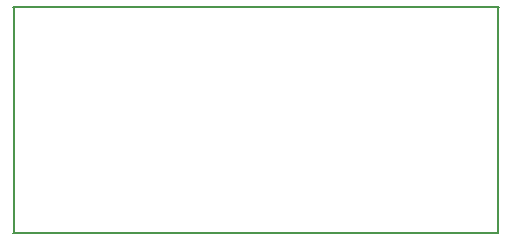
<source format=gko>
G04 (created by PCBNEW (2013-mar-13)-testing) date Thu 16 May 2013 01:29:58 PM EST*
%MOIN*%
G04 Gerber Fmt 3.4, Leading zero omitted, Abs format*
%FSLAX34Y34*%
G01*
G70*
G90*
G04 APERTURE LIST*
%ADD10C,0.006*%
%ADD11C,0.00590551*%
G04 APERTURE END LIST*
G54D10*
G54D11*
X70800Y-46450D02*
X70800Y-46200D01*
X86943Y-53750D02*
X70780Y-53750D01*
X86950Y-46800D02*
X86950Y-46200D01*
X70787Y-46200D02*
X86968Y-46200D01*
X70800Y-53750D02*
X70800Y-46400D01*
X86950Y-46750D02*
X86950Y-53750D01*
M02*

</source>
